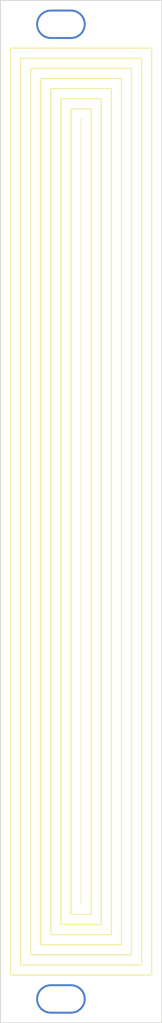
<source format=kicad_pcb>
(kicad_pcb (version 20221018) (generator pcbnew)
  (layers (0 "F.Cu" signal) (31 "B.Cu" signal) (34 "B.Paste" user) (35 "F.Paste" user) (36 "B.SilkS" user "B.Silkscreen") (37 "F.SilkS" user "F.Silkscreen") (38 "B.Mask" user) (39 "F.Mask" user) (44 "Edge.Cuts" user))
  (net 0 "")
  (footprint "davidstalnaker:MountingHole_3.2mm_Pad_Wide" (layer "F.Cu") (at 67.31 184.96)
    (fp_text reference "REF**" hide)
    (fp_text value "MountingHole_3.2mm_Pad_Wide" hide)
    (pad "1" thru_hole oval (at 0 0) (size 6.24 3.7) (drill oval 5.740001 3.200001) (layers "*.Cu" "*.Mask"))
  )
  (footprint "davidstalnaker:MountingHole_3.2mm_Pad_Wide" (layer "F.Cu") (at 67.31 62.46)
    (fp_text reference "REF**" hide)
    (fp_text value "MountingHole_3.2mm_Pad_Wide" hide)
    (pad "1" thru_hole oval (at 0 0) (size 6.24 3.7) (drill oval 5.740001 3.200001) (layers "*.Cu" "*.Mask"))
  )
  (gr_rect (start 63.5 68) (end 76.2 179.42) (stroke (width 0.15)) (fill none) (layer "F.SilkS"))
  (gr_rect (start 66.04 70.54) (end 73.66 176.88) (stroke (width 0.15)) (fill none) (layer "F.SilkS"))
  (gr_rect (start 67.31 71.81) (end 72.39 175.61) (stroke (width 0.15)) (fill none) (layer "F.SilkS"))
  (gr_rect (start 62.23 66.73) (end 77.47 180.69) (stroke (width 0.15)) (fill none) (layer "F.SilkS"))
  (gr_rect (start 64.77 69.27) (end 74.93 178.15) (stroke (width 0.15)) (fill none) (layer "F.SilkS"))
  (gr_rect (start 60.96 65.46) (end 78.74 181.96) (stroke (width 0.15)) (fill none) (layer "F.SilkS"))
  (gr_rect (start 68.58 73.08) (end 71.12 174.34) (stroke (width 0.15)) (fill none) (layer "F.SilkS"))
  (gr_line (start 69.85 173.07) (end 69.85 74.35) (stroke (width 0.1)) (layer "F.SilkS"))
  (gr_rect (start 59.69 59.46) (end 80.01 187.96) (stroke (width 0.1)) (fill none) (layer "Edge.Cuts"))
)
</source>
